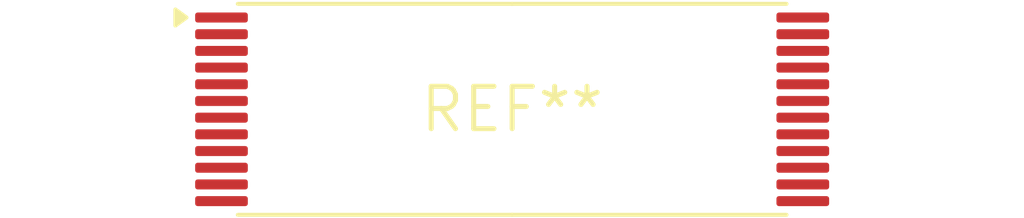
<source format=kicad_pcb>
(kicad_pcb (version 20240108) (generator pcbnew)
  (layers (0 "F.Cu" signal) (31 "B.Cu" signal) (34 "B.Paste" user) (35 "F.Paste" user) (36 "B.SilkS" user "B.Silkscreen") (37 "F.SilkS" user "F.Silkscreen") (38 "B.Mask" user) (39 "F.Mask" user) (44 "Edge.Cuts" user))
  (net 0 "")
  (footprint "TSOP-I-24_16.4x6mm_P0.5mm" (layer "F.Cu") (at 0 0)
    (property "Reference" "REF**")
    (property "Value" "TSOP-I-24_16.4x6mm_P0.5mm")
    (fp_line (start 0 -3.16) (end -8.2 -3.16) (layer "F.SilkS") (stroke (width 0.12)))
    (fp_line (start 0 -3.16) (end 8.2 -3.16) (layer "F.SilkS") (stroke (width 0.12)))
    (fp_line (start 0 3.16) (end -8.2 3.16) (layer "F.SilkS") (stroke (width 0.12)))
    (fp_line (start 0 3.16) (end 8.2 3.16) (layer "F.SilkS") (stroke (width 0.12)))
    (fp_poly (pts (xy -9.735 -2.75) (xy -10.065 -2.99) (xy -10.065 -2.51) (xy -9.735 -2.75)) (layer "F.SilkS") (stroke (width 0.12)) (fill solid))
    (pad "1" smd roundrect (at -8.6875 -2.75) (size 1.575 0.3) (layers "F.Cu" "F.Paste" "F.Mask"))
    (pad "2" smd roundrect (at -8.6875 -2.25) (size 1.575 0.3) (layers "F.Cu" "F.Paste" "F.Mask"))
    (pad "3" smd roundrect (at -8.6875 -1.75) (size 1.575 0.3) (layers "F.Cu" "F.Paste" "F.Mask"))
    (pad "4" smd roundrect (at -8.6875 -1.25) (size 1.575 0.3) (layers "F.Cu" "F.Paste" "F.Mask"))
    (pad "5" smd roundrect (at -8.6875 -0.75) (size 1.575 0.3) (layers "F.Cu" "F.Paste" "F.Mask"))
    (pad "6" smd roundrect (at -8.6875 -0.25) (size 1.575 0.3) (layers "F.Cu" "F.Paste" "F.Mask"))
    (pad "7" smd roundrect (at -8.6875 0.25) (size 1.575 0.3) (layers "F.Cu" "F.Paste" "F.Mask"))
    (pad "8" smd roundrect (at -8.6875 0.75) (size 1.575 0.3) (layers "F.Cu" "F.Paste" "F.Mask"))
    (pad "9" smd roundrect (at -8.6875 1.25) (size 1.575 0.3) (layers "F.Cu" "F.Paste" "F.Mask"))
    (pad "10" smd roundrect (at -8.6875 1.75) (size 1.575 0.3) (layers "F.Cu" "F.Paste" "F.Mask"))
    (pad "11" smd roundrect (at -8.6875 2.25) (size 1.575 0.3) (layers "F.Cu" "F.Paste" "F.Mask"))
    (pad "12" smd roundrect (at -8.6875 2.75) (size 1.575 0.3) (layers "F.Cu" "F.Paste" "F.Mask"))
    (pad "13" smd roundrect (at 8.6875 2.75) (size 1.575 0.3) (layers "F.Cu" "F.Paste" "F.Mask"))
    (pad "14" smd roundrect (at 8.6875 2.25) (size 1.575 0.3) (layers "F.Cu" "F.Paste" "F.Mask"))
    (pad "15" smd roundrect (at 8.6875 1.75) (size 1.575 0.3) (layers "F.Cu" "F.Paste" "F.Mask"))
    (pad "16" smd roundrect (at 8.6875 1.25) (size 1.575 0.3) (layers "F.Cu" "F.Paste" "F.Mask"))
    (pad "17" smd roundrect (at 8.6875 0.75) (size 1.575 0.3) (layers "F.Cu" "F.Paste" "F.Mask"))
    (pad "18" smd roundrect (at 8.6875 0.25) (size 1.575 0.3) (layers "F.Cu" "F.Paste" "F.Mask"))
    (pad "19" smd roundrect (at 8.6875 -0.25) (size 1.575 0.3) (layers "F.Cu" "F.Paste" "F.Mask"))
    (pad "20" smd roundrect (at 8.6875 -0.75) (size 1.575 0.3) (layers "F.Cu" "F.Paste" "F.Mask"))
    (pad "21" smd roundrect (at 8.6875 -1.25) (size 1.575 0.3) (layers "F.Cu" "F.Paste" "F.Mask"))
    (pad "22" smd roundrect (at 8.6875 -1.75) (size 1.575 0.3) (layers "F.Cu" "F.Paste" "F.Mask"))
    (pad "23" smd roundrect (at 8.6875 -2.25) (size 1.575 0.3) (layers "F.Cu" "F.Paste" "F.Mask"))
    (pad "24" smd roundrect (at 8.6875 -2.75) (size 1.575 0.3) (layers "F.Cu" "F.Paste" "F.Mask"))
  )
)
</source>
